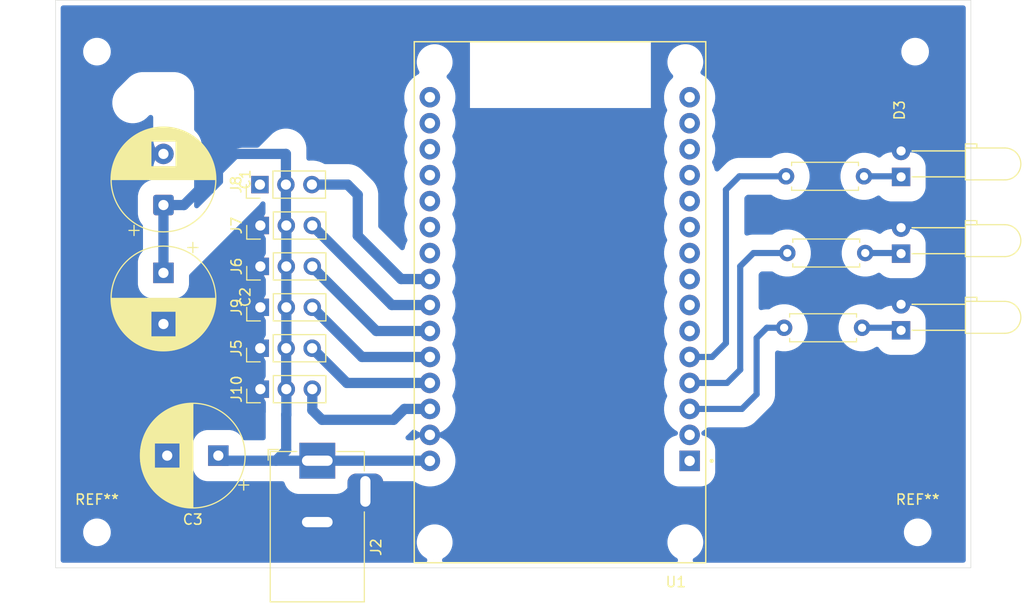
<source format=kicad_pcb>
(kicad_pcb (version 20241229) (generator "pcbnew") (generator_version "9.0")
  (layers (0 "F.Cu" signal) (2 "B.Cu" signal) (13 "F.Paste" user) (15 "B.Paste" user) (5 "F.SilkS" user "F.Silkscreen") (7 "B.SilkS" user "B.Silkscreen") (1 "F.Mask" user) (3 "B.Mask" user) (25 "Edge.Cuts" user))
  (net 0 "")
  (net 1 "GND")
  (net 2 "+5V")
  (net 3 "Net-(D1-K)")
  (net 4 "Net-(D2-K)")
  (net 5 "Net-(D3-K)")
  (net 6 "/serv3")
  (net 7 "/serv1")
  (net 8 "/serv2")
  (net 9 "/serv4")
  (net 10 "/serv5")
  (net 11 "/serv6")
  (net 12 "/led1")
  (net 13 "/led2")
  (net 14 "/led3")
  (footprint "Resistor_THT:R_Axial_DIN0207_L6.3mm_D2.5mm_P7.62mm_Horizontal" (layer "F.Cu") (at 183.81 113.5 180)
    (property "Reference" "R1" (hide yes))
    (property "Value" "R_US" (hide yes))
    (pad "1" thru_hole circle (at 0 0 180) (size 1.6 1.6) (drill 0.8) (layers "*.Cu" "*.Mask") (net 3 "Net-(D1-K)"))
    (pad "2" thru_hole oval (at 7.62 0 180) (size 1.6 1.6) (drill 0.8) (layers "*.Cu" "*.Mask") (net 12 "/led1"))
  )
  (footprint "MountingHole:MountingHole_2.2mm_M2" (layer "F.Cu") (at 109 133.5)
    (property "Reference" "REF**" (at 0 -3.2 0) (layer "F.SilkS"))
    (property "Value" "MountingHole_2.2mm_M2")
    (pad "" np_thru_hole circle (at 0 0) (size 2.2 2.2) (drill 2.2) (layers "*.Cu" "*.Mask"))
  )
  (footprint "Connector_PinHeader_2.54mm:PinHeader_1x03_P2.54mm_Vertical" (layer "F.Cu") (at 124.975 103.5 90)
    (property "Reference" "J7" (at 0 -2.33 90) (layer "F.SilkS"))
    (property "Value" "Screw_Terminal_01x03")
    (pad "1" thru_hole rect (at 0 0 90) (size 1.7 1.7) (drill 1) (layers "*.Cu" "*.Mask") (net 1 "GND"))
    (pad "2" thru_hole oval (at 0 2.54 90) (size 1.7 1.7) (drill 1) (layers "*.Cu" "*.Mask") (net 2 "+5V"))
    (pad "3" thru_hole oval (at 0 5.08 90) (size 1.7 1.7) (drill 1) (layers "*.Cu" "*.Mask") (net 10 "/serv5"))
  )
  (footprint "LED_THT:LED_D3.0mm_Horizontal_O6.35mm_Z10.0mm" (layer "F.Cu") (at 187.625 106.25 90)
    (property "Reference" "D2" (hide yes))
    (property "Value" "LED+")
    (pad "1" thru_hole rect (at 0 0 90) (size 1.8 1.8) (drill 0.9) (layers "*.Cu" "*.Mask") (net 4 "Net-(D2-K)"))
    (pad "2" thru_hole circle (at 2.54 0 90) (size 1.8 1.8) (drill 0.9) (layers "*.Cu" "*.Mask") (net 1 "GND"))
  )
  (footprint "Capacitor_THT:CP_Radial_D10.0mm_P5.00mm" (layer "F.Cu") (at 115.5 101.5 90)
    (property "Reference" "C1" (at 2.5 8 90) (layer "F.SilkS"))
    (property "Value" "C_Polarized_US")
    (pad "1" thru_hole roundrect (at 0 0 90) (size 2 2) (drill 1) (layers "*.Cu" "*.Mask") (roundrect_rratio 0.125) (net 2 "+5V"))
    (pad "2" thru_hole circle (at 5 0 90) (size 2 2) (drill 1) (layers "*.Cu" "*.Mask") (net 1 "GND"))
  )
  (footprint "devkit:MODULE_ESP32_DEVKIT_V1" (layer "F.Cu") (at 154.25 111 180)
    (property "Reference" "U1" (at -11.355 -27.36 0) (layer "F.SilkS"))
    (property "Value" "ESP32-DEVKIT-V1")
    (pad "" np_thru_hole circle (at -12.28 -23.475 180) (size 3 3) (drill 3) (layers "*.Cu" "*.Mask"))
    (pad "" np_thru_hole circle (at -12.28 23.475 180) (size 3 3) (drill 3) (layers "*.Cu" "*.Mask"))
    (pad "" np_thru_hole circle (at 12.23 -23.475 180) (size 3 3) (drill 3) (layers "*.Cu" "*.Mask"))
    (pad "" np_thru_hole circle (at 12.23 23.475 180) (size 3 3) (drill 3) (layers "*.Cu" "*.Mask"))
    (pad "1" thru_hole rect (at -12.7 -15.515 180) (size 2 2) (drill 1.02) (layers "*.Cu" "*.Mask"))
    (pad "2" thru_hole circle (at -12.7 -12.975 180) (size 2 2) (drill 1.02) (layers "*.Cu" "*.Mask") (net 1 "GND"))
    (pad "3" thru_hole circle (at -12.7 -10.435 180) (size 2 2) (drill 1.02) (layers "*.Cu" "*.Mask") (net 12 "/led1"))
    (pad "4" thru_hole circle (at -12.7 -7.895 180) (size 2 2) (drill 1.02) (layers "*.Cu" "*.Mask") (net 13 "/led2"))
    (pad "5" thru_hole circle (at -12.7 -5.355 180) (size 2 2) (drill 1.02) (layers "*.Cu" "*.Mask") (net 14 "/led3"))
    (pad "6" thru_hole circle (at -12.7 -2.815 180) (size 2 2) (drill 1.02) (layers "*.Cu" "*.Mask"))
    (pad "7" thru_hole circle (at -12.7 -0.275 180) (size 2 2) (drill 1.02) (layers "*.Cu" "*.Mask"))
    (pad "8" thru_hole circle (at -12.7 2.265 180) (size 2 2) (drill 1.02) (layers "*.Cu" "*.Mask"))
    (pad "9" thru_hole circle (at -12.7 4.805 180) (size 2 2) (drill 1.02) (layers "*.Cu" "*.Mask"))
    (pad "10" thru_hole circle (at -12.7 7.345 180) (size 2 2) (drill 1.02) (layers "*.Cu" "*.Mask"))
    (pad "11" thru_hole circle (at -12.7 9.885 180) (size 2 2) (drill 1.02) (layers "*.Cu" "*.Mask"))
    (pad "12" thru_hole circle (at -12.7 12.425 180) (size 2 2) (drill 1.02) (layers "*.Cu" "*.Mask"))
    (pad "13" thru_hole circle (at -12.7 14.965 180) (size 2 2) (drill 1.02) (layers "*.Cu" "*.Mask"))
    (pad "14" thru_hole circle (at -12.7 17.505 180) (size 2 2) (drill 1.02) (layers "*.Cu" "*.Mask"))
    (pad "15" thru_hole circle (at -12.7 20.045 180) (size 2 2) (drill 1.02) (layers "*.Cu" "*.Mask"))
    (pad "16" thru_hole circle (at 12.7 20.045 180) (size 2 2) (drill 1.02) (layers "*.Cu" "*.Mask"))
    (pad "17" thru_hole circle (at 12.7 17.505 180) (size 2 2) (drill 1.02) (layers "*.Cu" "*.Mask"))
    (pad "18" thru_hole circle (at 12.7 14.965 180) (size 2 2) (drill 1.02) (layers "*.Cu" "*.Mask"))
    (pad "19" thru_hole circle (at 12.7 12.425 180) (size 2 2) (drill 1.02) (layers "*.Cu" "*.Mask"))
    (pad "20" thru_hole circle (at 12.7 9.885 180) (size 2 2) (drill 1.02) (layers "*.Cu" "*.Mask"))
    (pad "21" thru_hole circle (at 12.7 7.345 180) (size 2 2) (drill 1.02) (layers "*.Cu" "*.Mask"))
    (pad "22" thru_hole circle (at 12.7 4.805 180) (size 2 2) (drill 1.02) (layers "*.Cu" "*.Mask"))
    (pad "23" thru_hole circle (at 12.7 2.265 180) (size 2 2) (drill 1.02) (layers "*.Cu" "*.Mask") (net 11 "/serv6"))
    (pad "24" thru_hole circle (at 12.7 -0.275 180) (size 2 2) (drill 1.02) (layers "*.Cu" "*.Mask") (net 10 "/serv5"))
    (pad "25" thru_hole circle (at 12.7 -2.815 180) (size 2 2) (drill 1.02) (layers "*.Cu" "*.Mask") (net 9 "/serv4"))
    (pad "26" thru_hole circle (at 12.7 -5.355 180) (size 2 2) (drill 1.02) (layers "*.Cu" "*.Mask") (net 6 "/serv3"))
    (pad "27" thru_hole circle (at 12.7 -7.895 180) (size 2 2) (drill 1.02) (layers "*.Cu" "*.Mask") (net 8 "/serv2"))
    (pad "28" thru_hole circle (at 12.7 -10.435 180) (size 2 2) (drill 1.02) (layers "*.Cu" "*.Mask") (net 7 "/serv1"))
    (pad "29" thru_hole circle (at 12.7 -12.975 180) (size 2 2) (drill 1.02) (layers "*.Cu" "*.Mask") (net 1 "GND"))
    (pad "30" thru_hole circle (at 12.7 -15.515 180) (size 2 2) (drill 1.02) (layers "*.Cu" "*.Mask") (net 2 "+5V"))
    (zone (net 0) (net_name "") (layer "B.Cu") (connect_pads (clearance 0)) (min_thickness 0.01)
      (keepout (tracks not_allowed) (vias not_allowed) (pads not_allowed) (copperpour not_allowed) (footprints allowed))
      (fill (thermal_gap 0.508) (thermal_bridge_width 0.508))
      (polygon (pts (xy 163.16 92.015) (xy 145.47 92.015) (xy 145.47 85.525) (xy 163.16 85.525)))
    )
  )
  (footprint "" (layer "F.Cu") (at 189 86.5)
    (property "Reference" "" (at 0 0 0) (layer "F.SilkS") (effects (font (size 1.27 1.27))))
    (property "Value" "")
    (pad "" np_thru_hole circle (at 0 0) (size 2.2 2.2) (drill 2.2) (layers "*.Cu" "*.Mask"))
  )
  (footprint "Resistor_THT:R_Axial_DIN0207_L6.3mm_D2.5mm_P7.62mm_Horizontal" (layer "F.Cu") (at 184.12 106.19 180)
    (property "Reference" "R2" (hide yes))
    (property "Value" "R_US" (hide yes))
    (pad "1" thru_hole circle (at 0 0 180) (size 1.6 1.6) (drill 0.8) (layers "*.Cu" "*.Mask") (net 4 "Net-(D2-K)"))
    (pad "2" thru_hole oval (at 7.62 0 180) (size 1.6 1.6) (drill 0.8) (layers "*.Cu" "*.Mask") (net 13 "/led2"))
  )
  (footprint "Capacitor_THT:CP_Radial_D10.0mm_P5.00mm" (layer "F.Cu") (at 120.867677 126 180)
    (property "Reference" "C3" (at 2.5 -6.25 0) (layer "F.SilkS"))
    (property "Value" "C_Polarized_US")
    (pad "1" thru_hole rect (at 0 0 180) (size 2 2) (drill 1) (layers "*.Cu" "*.Mask") (net 2 "+5V"))
    (pad "2" thru_hole circle (at 5 0 180) (size 2 2) (drill 1) (layers "*.Cu" "*.Mask") (net 1 "GND"))
  )
  (footprint "Connector_PinHeader_2.54mm:PinHeader_1x03_P2.54mm_Vertical" (layer "F.Cu") (at 124.96 115.5 90)
    (property "Reference" "J5" (at 0 -2.33 90) (layer "F.SilkS"))
    (property "Value" "Screw_Terminal_01x03")
    (pad "1" thru_hole rect (at 0 0 90) (size 1.7 1.7) (drill 1) (layers "*.Cu" "*.Mask") (net 1 "GND"))
    (pad "2" thru_hole oval (at 0 2.54 90) (size 1.7 1.7) (drill 1) (layers "*.Cu" "*.Mask") (net 2 "+5V"))
    (pad "3" thru_hole oval (at 0 5.08 90) (size 1.7 1.7) (drill 1) (layers "*.Cu" "*.Mask") (net 8 "/serv2"))
  )
  (footprint "LED_THT:LED_D3.0mm_Horizontal_O6.35mm_Z10.0mm" (layer "F.Cu") (at 187.625 98.75 90)
    (property "Reference" "D3" (at 6.52 -0.15 90) (layer "F.SilkS"))
    (property "Value" "LED+")
    (pad "1" thru_hole rect (at 0 0 90) (size 1.8 1.8) (drill 0.9) (layers "*.Cu" "*.Mask") (net 5 "Net-(D3-K)"))
    (pad "2" thru_hole circle (at 2.54 0 90) (size 1.8 1.8) (drill 0.9) (layers "*.Cu" "*.Mask") (net 1 "GND"))
  )
  (footprint "LED_THT:LED_D3.0mm_Horizontal_O6.35mm_Z10.0mm" (layer "F.Cu") (at 187.625 113.75 90)
    (property "Reference" "D1" (hide yes))
    (property "Value" "LED+")
    (pad "1" thru_hole rect (at 0 0 90) (size 1.8 1.8) (drill 0.9) (layers "*.Cu" "*.Mask") (net 3 "Net-(D1-K)"))
    (pad "2" thru_hole circle (at 2.54 0 90) (size 1.8 1.8) (drill 0.9) (layers "*.Cu" "*.Mask") (net 1 "GND"))
  )
  (footprint "Connector_PinHeader_2.54mm:PinHeader_1x03_P2.54mm_Vertical" (layer "F.Cu") (at 124.935 99.5 90)
    (property "Reference" "J8" (at 0 -2.33 90) (layer "F.SilkS"))
    (property "Value" "Screw_Terminal_01x03")
    (pad "1" thru_hole rect (at 0 0 90) (size 1.7 1.7) (drill 1) (layers "*.Cu" "*.Mask") (net 1 "GND"))
    (pad "2" thru_hole oval (at 0 2.54 90) (size 1.7 1.7) (drill 1) (layers "*.Cu" "*.Mask") (net 2 "+5V"))
    (pad "3" thru_hole oval (at 0 5.08 90) (size 1.7 1.7) (drill 1) (layers "*.Cu" "*.Mask") (net 11 "/serv6"))
  )
  (footprint "Connector_PinHeader_2.54mm:PinHeader_1x03_P2.54mm_Vertical" (layer "F.Cu") (at 124.975 107.5 90)
    (property "Reference" "J6" (at 0 -2.33 90) (layer "F.SilkS"))
    (property "Value" "Screw_Terminal_01x03")
    (pad "1" thru_hole rect (at 0 0 90) (size 1.7 1.7) (drill 1) (layers "*.Cu" "*.Mask") (net 1 "GND"))
    (pad "2" thru_hole oval (at 0 2.54 90) (size 1.7 1.7) (drill 1) (layers "*.Cu" "*.Mask") (net 2 "+5V"))
    (pad "3" thru_hole oval (at 0 5.08 90) (size 1.7 1.7) (drill 1) (layers "*.Cu" "*.Mask") (net 9 "/serv4"))
  )
  (footprint "Connector_PinHeader_2.54mm:PinHeader_1x03_P2.54mm_Vertical" (layer "F.Cu") (at 124.975 119.5 90)
    (property "Reference" "J10" (at 0 -2.33 90) (layer "F.SilkS"))
    (property "Value" "Screw_Terminal_01x03")
    (pad "1" thru_hole rect (at 0 0 90) (size 1.7 1.7) (drill 1) (layers "*.Cu" "*.Mask") (net 1 "GND"))
    (pad "2" thru_hole oval (at 0 2.54 90) (size 1.7 1.7) (drill 1) (layers "*.Cu" "*.Mask") (net 2 "+5V"))
    (pad "3" thru_hole oval (at 0 5.08 90) (size 1.7 1.7) (drill 1) (layers "*.Cu" "*.Mask") (net 7 "/serv1"))
  )
  (footprint "Resistor_THT:R_Axial_DIN0207_L6.3mm_D2.5mm_P7.62mm_Horizontal" (layer "F.Cu") (at 184 98.69 180)
    (property "Reference" "R3" (hide yes))
    (property "Value" "R_US" (hide yes))
    (pad "1" thru_hole circle (at 0 0 180) (size 1.6 1.6) (drill 0.8) (layers "*.Cu" "*.Mask") (net 5 "Net-(D3-K)"))
    (pad "2" thru_hole oval (at 7.62 0 180) (size 1.6 1.6) (drill 0.8) (layers "*.Cu" "*.Mask") (net 14 "/led3"))
  )
  (footprint "Capacitor_THT:CP_Radial_D10.0mm_P5.00mm" (layer "F.Cu") (at 115.5 108.132323 -90)
    (property "Reference" "C2" (at 2.367677 -8 90) (layer "F.SilkS"))
    (property "Value" "C_Polarized_US")
    (pad "1" thru_hole rect (at 0 0 270) (size 2 2) (drill 1) (layers "*.Cu" "*.Mask") (net 2 "+5V"))
    (pad "2" thru_hole circle (at 5 0 270) (size 2 2) (drill 1) (layers "*.Cu" "*.Mask") (net 1 "GND"))
  )
  (footprint "Connector_BarrelJack:BarrelJack_Horizontal" (layer "F.Cu") (at 130.5425 126.5 90)
    (property "Reference" "J2" (at -8.45 5.75 90) (layer "F.SilkS"))
    (property "Value" "Barrel_Jack_Switch")
    (pad "1" thru_hole rect (at 0 0 90) (size 3.5 3.5) (drill oval 1 3) (layers "*.Cu" "*.Mask") (net 2 "+5V"))
    (pad "2" thru_hole roundrect (at -6 0 90) (size 3 3.5) (drill oval 1 3) (layers "*.Cu" "*.Mask") (net 1 "GND"))
    (pad "3" thru_hole roundrect (at -3 4.7 90) (size 3.5 3.5) (drill oval 3 1) (layers "*.Cu" "*.Mask") (net 1 "GND"))
  )
  (footprint "" (layer "F.Cu") (at 109 86.5)
    (property "Reference" "" (at 0 0 0) (layer "F.SilkS") (effects (font (size 1.27 1.27))))
    (property "Value" "")
    (pad "" np_thru_hole circle (at 0 0) (size 2.2 2.2) (drill 2.2) (layers "*.Cu" "*.Mask"))
  )
  (footprint "Connector_PinHeader_2.54mm:PinHeader_1x03_P2.54mm_Vertical" (layer "F.Cu") (at 124.975 111.5 90)
    (property "Reference" "J9" (at 0 -2.33 90) (layer "F.SilkS"))
    (property "Value" "Screw_Terminal_01x03")
    (pad "1" thru_hole rect (at 0 0 90) (size 1.7 1.7) (drill 1) (layers "*.Cu" "*.Mask") (net 1 "GND"))
    (pad "2" thru_hole oval (at 0 2.54 90) (size 1.7 1.7) (drill 1) (layers "*.Cu" "*.Mask") (net 2 "+5V"))
    (pad "3" thru_hole oval (at 0 5.08 90) (size 1.7 1.7) (drill 1) (layers "*.Cu" "*.Mask") (net 6 "/serv3"))
  )
  (footprint "MountingHole:MountingHole_2.2mm_M2" (layer "F.Cu") (at 189.25 133.5)
    (property "Reference" "REF**" (at 0 -3.2 0) (layer "F.SilkS"))
    (property "Value" "MountingHole_2.2mm_M2")
    (pad "" np_thru_hole circle (at 0 0) (size 2.2 2.2) (drill 2.2) (layers "*.Cu" "*.Mask"))
  )
  (gr_rect (start 104.95 81.475) (end 194.45 136.975) (stroke (width 0.05)) (fill no) (layer "Edge.Cuts"))
  (segment (start 117.5 101.5) (end 115.5 101.5) (width 1) (layer "B.Cu") (net 2))
  (segment (start 127.475 96.5) (end 122.5 96.5) (width 1) (layer "B.Cu") (net 2))
  (segment (start 141.535 126.5) (end 141.55 126.515) (width 1) (layer "B.Cu") (net 2))
  (segment (start 127.5 119.485) (end 127.515 119.5) (width 1) (layer "B.Cu") (net 2))
  (segment (start 127.475 99.5) (end 127.475 103.46) (width 1) (layer "B.Cu") (net 2))
  (segment (start 127.475 103.46) (end 127.515 103.5) (width 1) (layer "B.Cu") (net 2))
  (segment (start 127.475 99.5) (end 127.475 96.5) (width 1) (layer "B.Cu") (net 2))
  (segment (start 127.5 125.5) (end 127.5 122) (width 1) (layer "B.Cu") (net 2))
  (segment (start 127.515 103.5) (end 127.515 107.5) (width 1) (layer "B.Cu") (net 2))
  (segment (start 127.5 115.5) (end 127.5 119.485) (width 1) (layer "B.Cu") (net 2))
  (segment (start 122.5 96.5) (end 117.5 101.5) (width 1) (layer "B.Cu") (net 2))
  (segment (start 127.515 121.985) (end 127.515 119.5) (width 1) (layer "B.Cu") (net 2))
  (segment (start 126.5 126.5) (end 127.5 125.5) (width 1) (layer "B.Cu") (net 2))
  (segment (start 115.5 108.132323) (end 115.5 101.5) (width 1) (layer "B.Cu") (net 2))
  (segment (start 130.5425 126.5) (end 141.535 126.5) (width 1) (layer "B.Cu") (net 2))
  (segment (start 127.5 122) (end 127.515 121.985) (width 1) (layer "B.Cu") (net 2))
  (segment (start 127.515 111.5) (end 127.515 115.485) (width 1) (layer "B.Cu") (net 2))
  (segment (start 121.367677 126.5) (end 120.867677 126) (width 1) (layer "B.Cu") (net 2))
  (segment (start 127.515 107.5) (end 127.515 111.5) (width 1) (layer "B.Cu") (net 2))
  (segment (start 127.515 115.485) (end 127.5 115.5) (width 1) (layer "B.Cu") (net 2))
  (segment (start 130.5425 126.5) (end 121.367677 126.5) (width 1) (layer "B.Cu") (net 2))
  (segment (start 183.81 113.5) (end 187.375 113.5) (width 0.6) (layer "B.Cu") (net 3))
  (segment (start 187.375 113.5) (end 187.625 113.75) (width 0.6) (layer "B.Cu") (net 3))
  (segment (start 187.565 106.19) (end 187.625 106.25) (width 0.6) (layer "B.Cu") (net 4))
  (segment (start 184.12 106.19) (end 187.565 106.19) (width 0.6) (layer "B.Cu") (net 4))
  (segment (start 187.565 98.69) (end 187.625 98.75) (width 0.6) (layer "B.Cu") (net 5))
  (segment (start 184 98.69) (end 187.565 98.69) (width 0.6) (layer "B.Cu") (net 5))
  (segment (start 134.91 116.355) (end 130.055 111.5) (width 1) (layer "B.Cu") (net 6))
  (segment (start 141.55 116.355) (end 134.91 116.355) (width 1) (layer "B.Cu") (net 6))
  (segment (start 141.55 121.435) (end 139.065 121.435) (width 1) (layer "B.Cu") (net 7))
  (segment (start 130.055 121.555) (end 130.055 119.5) (width 1) (layer "B.Cu") (net 7))
  (segment (start 131 122.5) (end 130.055 121.555) (width 1) (layer "B.Cu") (net 7))
  (segment (start 139.065 121.435) (end 138 122.5) (width 1) (layer "B.Cu") (net 7))
  (segment (start 138 122.5) (end 131 122.5) (width 1) (layer "B.Cu") (net 7))
  (segment (start 133.435 118.895) (end 130.04 115.5) (width 1) (layer "B.Cu") (net 8))
  (segment (start 141.55 118.895) (end 133.435 118.895) (width 1) (layer "B.Cu") (net 8))
  (segment (start 130.055 107.555) (end 130.055 107.5) (width 1) (layer "B.Cu") (net 9))
  (segment (start 141.55 113.815) (end 136.315 113.815) (width 1) (layer "B.Cu") (net 9))
  (segment (start 136.315 113.815) (end 130.055 107.555) (width 1) (layer "B.Cu") (net 9))
  (segment (start 137.83 111.275) (end 130.055 103.5) (width 1) (layer "B.Cu") (net 10))
  (segment (start 141.55 111.275) (end 137.83 111.275) (width 1) (layer "B.Cu") (net 10))
  (segment (start 141.55 108.735) (end 138.735 108.735) (width 1) (layer "B.Cu") (net 11))
  (segment (start 134.5 104.5) (end 134.5 100.5) (width 1) (layer "B.Cu") (net 11))
  (segment (start 138.735 108.735) (end 134.5 104.5) (width 1) (layer "B.Cu") (net 11))
  (segment (start 133.5 99.5) (end 130.015 99.5) (width 1) (layer "B.Cu") (net 11))
  (segment (start 134.5 100.5) (end 133.5 99.5) (width 1) (layer "B.Cu") (net 11))
  (segment (start 172.065 121.435) (end 173.5 120) (width 0.6) (layer "B.Cu") (net 12))
  (segment (start 173.5 114.5) (end 174.5 113.5) (width 0.6) (layer "B.Cu") (net 12))
  (segment (start 166.95 121.435) (end 172.065 121.435) (width 0.6) (layer "B.Cu") (net 12))
  (segment (start 174.5 113.5) (end 176.19 113.5) (width 0.6) (layer "B.Cu") (net 12))
  (segment (start 173.5 120) (end 173.5 114.5) (width 0.6) (layer "B.Cu") (net 12))
  (segment (start 170.605 118.895) (end 171.895 117.605) (width 0.6) (layer "B.Cu") (net 13))
  (segment (start 171.895 117.605) (end 171.895 107.485) (width 0.6) (layer "B.Cu") (net 13))
  (segment (start 173.19 106.19) (end 176.5 106.19) (width 0.6) (layer "B.Cu") (net 13))
  (segment (start 166.95 118.895) (end 170.605 118.895) (width 0.6) (layer "B.Cu") (net 13))
  (segment (start 171.895 107.485) (end 173.19 106.19) (width 0.6) (layer "B.Cu") (net 13))
  (segment (start 170.5 100) (end 171.81 98.69) (width 0.6) (layer "B.Cu") (net 14))
  (segment (start 166.95 116.355) (end 169.145 116.355) (width 0.6) (layer "B.Cu") (net 14))
  (segment (start 170.5 115) (end 170.5 100) (width 0.6) (layer "B.Cu") (net 14))
  (segment (start 169.145 116.355) (end 170.5 115) (width 0.6) (layer "B.Cu") (net 14))
  (segment (start 171.81 98.69) (end 176.38 98.69) (width 0.6) (layer "B.Cu") (net 14))
  (zone (net 1) (net_name "GND") (layer "B.Cu") (priority 2) (connect_pads yes (clearance 1.5)) (min_thickness 0.5) (fill yes (thermal_gap 0.5) (thermal_bridge_width 0.5) (island_removal_mode 1) (island_area_min 10))
    (polygon (pts (xy 194.5 81.5) (xy 194.5 137) (xy 105 137) (xy 105 81.917323)))
  )
)
</source>
